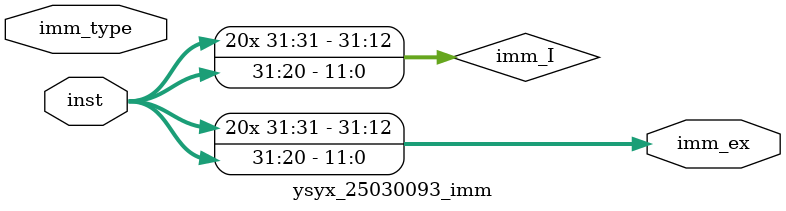
<source format=v>
module ysyx_25030093_imm(
    input [31:0] inst,
    input [2:0] imm_type,
    output [31:0] imm_ex
);
    wire [31:0] imm_I;
    assign imm_I={{21{inst[31]}},inst[30:20]};
    assign imm_ex=imm_I;
endmodule

</source>
